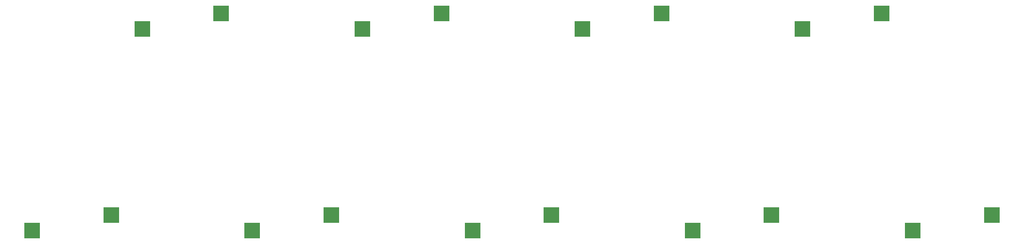
<source format=gbp>
%TF.GenerationSoftware,KiCad,Pcbnew,(6.0.7)*%
%TF.CreationDate,2023-03-11T10:43:17+08:00*%
%TF.ProjectId,popn_pico,706f706e-5f70-4696-936f-2e6b69636164,rev?*%
%TF.SameCoordinates,Original*%
%TF.FileFunction,Paste,Bot*%
%TF.FilePolarity,Positive*%
%FSLAX46Y46*%
G04 Gerber Fmt 4.6, Leading zero omitted, Abs format (unit mm)*
G04 Created by KiCad (PCBNEW (6.0.7)) date 2023-03-11 10:43:17*
%MOMM*%
%LPD*%
G01*
G04 APERTURE LIST*
%ADD10R,2.550000X2.500000*%
G04 APERTURE END LIST*
D10*
%TO.C,MX7*%
X176235000Y-129860000D03*
X189162000Y-127320000D03*
%TD*%
%TO.C,MX9*%
X212235000Y-129860000D03*
X225162000Y-127320000D03*
%TD*%
%TO.C,MX8*%
X194235000Y-96860000D03*
X207162000Y-94320000D03*
%TD*%
%TO.C,MX1*%
X68235000Y-129860000D03*
X81162000Y-127320000D03*
%TD*%
%TO.C,MX5*%
X140235000Y-129860000D03*
X153162000Y-127320000D03*
%TD*%
%TO.C,MX4*%
X122235000Y-96860000D03*
X135162000Y-94320000D03*
%TD*%
%TO.C,MX6*%
X158235000Y-96860000D03*
X171162000Y-94320000D03*
%TD*%
%TO.C,MX2*%
X86235000Y-96860000D03*
X99162000Y-94320000D03*
%TD*%
%TO.C,MX3*%
X104235000Y-129860000D03*
X117162000Y-127320000D03*
%TD*%
M02*

</source>
